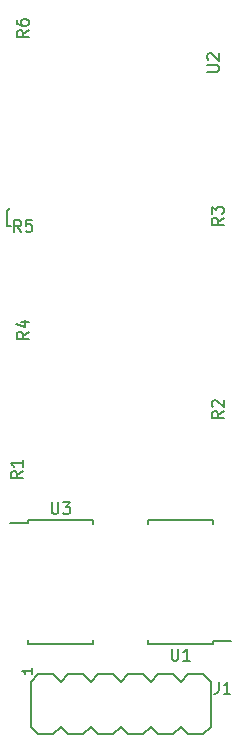
<source format=gto>
G04 #@! TF.GenerationSoftware,KiCad,Pcbnew,7.0.1*
G04 #@! TF.CreationDate,2023-05-31T01:27:01+09:00*
G04 #@! TF.ProjectId,Pmod_MultiSegment_SinglePort,506d6f64-5f4d-4756-9c74-695365676d65,rev?*
G04 #@! TF.SameCoordinates,Original*
G04 #@! TF.FileFunction,Legend,Top*
G04 #@! TF.FilePolarity,Positive*
%FSLAX46Y46*%
G04 Gerber Fmt 4.6, Leading zero omitted, Abs format (unit mm)*
G04 Created by KiCad (PCBNEW 7.0.1) date 2023-05-31 01:27:01*
%MOMM*%
%LPD*%
G01*
G04 APERTURE LIST*
%ADD10C,0.150000*%
G04 APERTURE END LIST*
D10*
X1778000Y5969000D02*
X2032000Y6223000D01*
X1778000Y4699000D02*
X1778000Y5969000D01*
X2159000Y4699000D02*
X1778000Y4699000D01*
G04 #@! TO.C,U3*
X5588095Y-18662619D02*
X5588095Y-19472142D01*
X5588095Y-19472142D02*
X5635714Y-19567380D01*
X5635714Y-19567380D02*
X5683333Y-19615000D01*
X5683333Y-19615000D02*
X5778571Y-19662619D01*
X5778571Y-19662619D02*
X5969047Y-19662619D01*
X5969047Y-19662619D02*
X6064285Y-19615000D01*
X6064285Y-19615000D02*
X6111904Y-19567380D01*
X6111904Y-19567380D02*
X6159523Y-19472142D01*
X6159523Y-19472142D02*
X6159523Y-18662619D01*
X6540476Y-18662619D02*
X7159523Y-18662619D01*
X7159523Y-18662619D02*
X6826190Y-19043571D01*
X6826190Y-19043571D02*
X6969047Y-19043571D01*
X6969047Y-19043571D02*
X7064285Y-19091190D01*
X7064285Y-19091190D02*
X7111904Y-19138809D01*
X7111904Y-19138809D02*
X7159523Y-19234047D01*
X7159523Y-19234047D02*
X7159523Y-19472142D01*
X7159523Y-19472142D02*
X7111904Y-19567380D01*
X7111904Y-19567380D02*
X7064285Y-19615000D01*
X7064285Y-19615000D02*
X6969047Y-19662619D01*
X6969047Y-19662619D02*
X6683333Y-19662619D01*
X6683333Y-19662619D02*
X6588095Y-19615000D01*
X6588095Y-19615000D02*
X6540476Y-19567380D01*
G04 #@! TO.C,U2*
X18766619Y17780095D02*
X19576142Y17780095D01*
X19576142Y17780095D02*
X19671380Y17827714D01*
X19671380Y17827714D02*
X19719000Y17875333D01*
X19719000Y17875333D02*
X19766619Y17970571D01*
X19766619Y17970571D02*
X19766619Y18161047D01*
X19766619Y18161047D02*
X19719000Y18256285D01*
X19719000Y18256285D02*
X19671380Y18303904D01*
X19671380Y18303904D02*
X19576142Y18351523D01*
X19576142Y18351523D02*
X18766619Y18351523D01*
X18861857Y18780095D02*
X18814238Y18827714D01*
X18814238Y18827714D02*
X18766619Y18922952D01*
X18766619Y18922952D02*
X18766619Y19161047D01*
X18766619Y19161047D02*
X18814238Y19256285D01*
X18814238Y19256285D02*
X18861857Y19303904D01*
X18861857Y19303904D02*
X18957095Y19351523D01*
X18957095Y19351523D02*
X19052333Y19351523D01*
X19052333Y19351523D02*
X19195190Y19303904D01*
X19195190Y19303904D02*
X19766619Y18732476D01*
X19766619Y18732476D02*
X19766619Y19351523D01*
G04 #@! TO.C,U1*
X15748095Y-31062619D02*
X15748095Y-31872142D01*
X15748095Y-31872142D02*
X15795714Y-31967380D01*
X15795714Y-31967380D02*
X15843333Y-32015000D01*
X15843333Y-32015000D02*
X15938571Y-32062619D01*
X15938571Y-32062619D02*
X16129047Y-32062619D01*
X16129047Y-32062619D02*
X16224285Y-32015000D01*
X16224285Y-32015000D02*
X16271904Y-31967380D01*
X16271904Y-31967380D02*
X16319523Y-31872142D01*
X16319523Y-31872142D02*
X16319523Y-31062619D01*
X17319523Y-32062619D02*
X16748095Y-32062619D01*
X17033809Y-32062619D02*
X17033809Y-31062619D01*
X17033809Y-31062619D02*
X16938571Y-31205476D01*
X16938571Y-31205476D02*
X16843333Y-31300714D01*
X16843333Y-31300714D02*
X16748095Y-31348333D01*
G04 #@! TO.C,R6*
X3637619Y21296333D02*
X3161428Y20963000D01*
X3637619Y20724905D02*
X2637619Y20724905D01*
X2637619Y20724905D02*
X2637619Y21105857D01*
X2637619Y21105857D02*
X2685238Y21201095D01*
X2685238Y21201095D02*
X2732857Y21248714D01*
X2732857Y21248714D02*
X2828095Y21296333D01*
X2828095Y21296333D02*
X2970952Y21296333D01*
X2970952Y21296333D02*
X3066190Y21248714D01*
X3066190Y21248714D02*
X3113809Y21201095D01*
X3113809Y21201095D02*
X3161428Y21105857D01*
X3161428Y21105857D02*
X3161428Y20724905D01*
X2637619Y22153476D02*
X2637619Y21963000D01*
X2637619Y21963000D02*
X2685238Y21867762D01*
X2685238Y21867762D02*
X2732857Y21820143D01*
X2732857Y21820143D02*
X2875714Y21724905D01*
X2875714Y21724905D02*
X3066190Y21677286D01*
X3066190Y21677286D02*
X3447142Y21677286D01*
X3447142Y21677286D02*
X3542380Y21724905D01*
X3542380Y21724905D02*
X3590000Y21772524D01*
X3590000Y21772524D02*
X3637619Y21867762D01*
X3637619Y21867762D02*
X3637619Y22058238D01*
X3637619Y22058238D02*
X3590000Y22153476D01*
X3590000Y22153476D02*
X3542380Y22201095D01*
X3542380Y22201095D02*
X3447142Y22248714D01*
X3447142Y22248714D02*
X3209047Y22248714D01*
X3209047Y22248714D02*
X3113809Y22201095D01*
X3113809Y22201095D02*
X3066190Y22153476D01*
X3066190Y22153476D02*
X3018571Y22058238D01*
X3018571Y22058238D02*
X3018571Y21867762D01*
X3018571Y21867762D02*
X3066190Y21772524D01*
X3066190Y21772524D02*
X3113809Y21724905D01*
X3113809Y21724905D02*
X3209047Y21677286D01*
G04 #@! TO.C,R5*
X3008333Y4236380D02*
X2675000Y4712571D01*
X2436905Y4236380D02*
X2436905Y5236380D01*
X2436905Y5236380D02*
X2817857Y5236380D01*
X2817857Y5236380D02*
X2913095Y5188761D01*
X2913095Y5188761D02*
X2960714Y5141142D01*
X2960714Y5141142D02*
X3008333Y5045904D01*
X3008333Y5045904D02*
X3008333Y4903047D01*
X3008333Y4903047D02*
X2960714Y4807809D01*
X2960714Y4807809D02*
X2913095Y4760190D01*
X2913095Y4760190D02*
X2817857Y4712571D01*
X2817857Y4712571D02*
X2436905Y4712571D01*
X3913095Y5236380D02*
X3436905Y5236380D01*
X3436905Y5236380D02*
X3389286Y4760190D01*
X3389286Y4760190D02*
X3436905Y4807809D01*
X3436905Y4807809D02*
X3532143Y4855428D01*
X3532143Y4855428D02*
X3770238Y4855428D01*
X3770238Y4855428D02*
X3865476Y4807809D01*
X3865476Y4807809D02*
X3913095Y4760190D01*
X3913095Y4760190D02*
X3960714Y4664952D01*
X3960714Y4664952D02*
X3960714Y4426857D01*
X3960714Y4426857D02*
X3913095Y4331619D01*
X3913095Y4331619D02*
X3865476Y4284000D01*
X3865476Y4284000D02*
X3770238Y4236380D01*
X3770238Y4236380D02*
X3532143Y4236380D01*
X3532143Y4236380D02*
X3436905Y4284000D01*
X3436905Y4284000D02*
X3389286Y4331619D01*
G04 #@! TO.C,R4*
X3637619Y-4230666D02*
X3161428Y-4563999D01*
X3637619Y-4802094D02*
X2637619Y-4802094D01*
X2637619Y-4802094D02*
X2637619Y-4421142D01*
X2637619Y-4421142D02*
X2685238Y-4325904D01*
X2685238Y-4325904D02*
X2732857Y-4278285D01*
X2732857Y-4278285D02*
X2828095Y-4230666D01*
X2828095Y-4230666D02*
X2970952Y-4230666D01*
X2970952Y-4230666D02*
X3066190Y-4278285D01*
X3066190Y-4278285D02*
X3113809Y-4325904D01*
X3113809Y-4325904D02*
X3161428Y-4421142D01*
X3161428Y-4421142D02*
X3161428Y-4802094D01*
X2970952Y-3373523D02*
X3637619Y-3373523D01*
X2590000Y-3611618D02*
X3304285Y-3849713D01*
X3304285Y-3849713D02*
X3304285Y-3230666D01*
G04 #@! TO.C,R3*
X20147619Y5421333D02*
X19671428Y5088000D01*
X20147619Y4849905D02*
X19147619Y4849905D01*
X19147619Y4849905D02*
X19147619Y5230857D01*
X19147619Y5230857D02*
X19195238Y5326095D01*
X19195238Y5326095D02*
X19242857Y5373714D01*
X19242857Y5373714D02*
X19338095Y5421333D01*
X19338095Y5421333D02*
X19480952Y5421333D01*
X19480952Y5421333D02*
X19576190Y5373714D01*
X19576190Y5373714D02*
X19623809Y5326095D01*
X19623809Y5326095D02*
X19671428Y5230857D01*
X19671428Y5230857D02*
X19671428Y4849905D01*
X19147619Y5754667D02*
X19147619Y6373714D01*
X19147619Y6373714D02*
X19528571Y6040381D01*
X19528571Y6040381D02*
X19528571Y6183238D01*
X19528571Y6183238D02*
X19576190Y6278476D01*
X19576190Y6278476D02*
X19623809Y6326095D01*
X19623809Y6326095D02*
X19719047Y6373714D01*
X19719047Y6373714D02*
X19957142Y6373714D01*
X19957142Y6373714D02*
X20052380Y6326095D01*
X20052380Y6326095D02*
X20100000Y6278476D01*
X20100000Y6278476D02*
X20147619Y6183238D01*
X20147619Y6183238D02*
X20147619Y5897524D01*
X20147619Y5897524D02*
X20100000Y5802286D01*
X20100000Y5802286D02*
X20052380Y5754667D01*
G04 #@! TO.C,R2*
X20147619Y-10961666D02*
X19671428Y-11294999D01*
X20147619Y-11533094D02*
X19147619Y-11533094D01*
X19147619Y-11533094D02*
X19147619Y-11152142D01*
X19147619Y-11152142D02*
X19195238Y-11056904D01*
X19195238Y-11056904D02*
X19242857Y-11009285D01*
X19242857Y-11009285D02*
X19338095Y-10961666D01*
X19338095Y-10961666D02*
X19480952Y-10961666D01*
X19480952Y-10961666D02*
X19576190Y-11009285D01*
X19576190Y-11009285D02*
X19623809Y-11056904D01*
X19623809Y-11056904D02*
X19671428Y-11152142D01*
X19671428Y-11152142D02*
X19671428Y-11533094D01*
X19242857Y-10580713D02*
X19195238Y-10533094D01*
X19195238Y-10533094D02*
X19147619Y-10437856D01*
X19147619Y-10437856D02*
X19147619Y-10199761D01*
X19147619Y-10199761D02*
X19195238Y-10104523D01*
X19195238Y-10104523D02*
X19242857Y-10056904D01*
X19242857Y-10056904D02*
X19338095Y-10009285D01*
X19338095Y-10009285D02*
X19433333Y-10009285D01*
X19433333Y-10009285D02*
X19576190Y-10056904D01*
X19576190Y-10056904D02*
X20147619Y-10628332D01*
X20147619Y-10628332D02*
X20147619Y-10009285D01*
G04 #@! TO.C,R1*
X3129619Y-16041666D02*
X2653428Y-16374999D01*
X3129619Y-16613094D02*
X2129619Y-16613094D01*
X2129619Y-16613094D02*
X2129619Y-16232142D01*
X2129619Y-16232142D02*
X2177238Y-16136904D01*
X2177238Y-16136904D02*
X2224857Y-16089285D01*
X2224857Y-16089285D02*
X2320095Y-16041666D01*
X2320095Y-16041666D02*
X2462952Y-16041666D01*
X2462952Y-16041666D02*
X2558190Y-16089285D01*
X2558190Y-16089285D02*
X2605809Y-16136904D01*
X2605809Y-16136904D02*
X2653428Y-16232142D01*
X2653428Y-16232142D02*
X2653428Y-16613094D01*
X3129619Y-15089285D02*
X3129619Y-15660713D01*
X3129619Y-15374999D02*
X2129619Y-15374999D01*
X2129619Y-15374999D02*
X2272476Y-15470237D01*
X2272476Y-15470237D02*
X2367714Y-15565475D01*
X2367714Y-15565475D02*
X2415333Y-15660713D01*
G04 #@! TO.C,J1*
X19732666Y-33879619D02*
X19732666Y-34593904D01*
X19732666Y-34593904D02*
X19685047Y-34736761D01*
X19685047Y-34736761D02*
X19589809Y-34832000D01*
X19589809Y-34832000D02*
X19446952Y-34879619D01*
X19446952Y-34879619D02*
X19351714Y-34879619D01*
X20732666Y-34879619D02*
X20161238Y-34879619D01*
X20446952Y-34879619D02*
X20446952Y-33879619D01*
X20446952Y-33879619D02*
X20351714Y-34022476D01*
X20351714Y-34022476D02*
X20256476Y-34117714D01*
X20256476Y-34117714D02*
X20161238Y-34165333D01*
X3926095Y-32737428D02*
X3926095Y-33194571D01*
X3926095Y-32965999D02*
X3126095Y-32965999D01*
X3126095Y-32965999D02*
X3240380Y-33042190D01*
X3240380Y-33042190D02*
X3316571Y-33118380D01*
X3316571Y-33118380D02*
X3354666Y-33194571D01*
G04 #@! TO.C,U3*
X3575000Y-20125000D02*
X3575000Y-20400000D01*
X3575000Y-30675000D02*
X3575000Y-30320000D01*
X3575000Y-20400000D02*
X2050000Y-20400000D01*
X9125000Y-20125000D02*
X9125000Y-20480000D01*
X9125000Y-30675000D02*
X9125000Y-30320000D01*
X3575000Y-20125000D02*
X9125000Y-20125000D01*
X3575000Y-30675000D02*
X9125000Y-30675000D01*
G04 #@! TO.C,U1*
X19285000Y-20125000D02*
X13735000Y-20125000D01*
X19285000Y-30675000D02*
X13735000Y-30675000D01*
X13735000Y-20125000D02*
X13735000Y-20480000D01*
X13735000Y-30675000D02*
X13735000Y-30320000D01*
X19285000Y-30400000D02*
X20810000Y-30400000D01*
X19285000Y-20125000D02*
X19285000Y-20480000D01*
X19285000Y-30675000D02*
X19285000Y-30400000D01*
G04 #@! TO.C,J1*
X4445000Y-38300000D02*
X3810000Y-37665000D01*
X5715000Y-38300000D02*
X4445000Y-38300000D01*
X6985000Y-38300000D02*
X6350000Y-37665000D01*
X8255000Y-38300000D02*
X6985000Y-38300000D01*
X9525000Y-38300000D02*
X8890000Y-37665000D01*
X10795000Y-38300000D02*
X9525000Y-38300000D01*
X12065000Y-38300000D02*
X11430000Y-37665000D01*
X13335000Y-38300000D02*
X12065000Y-38300000D01*
X14605000Y-38300000D02*
X13970000Y-37665000D01*
X15875000Y-38300000D02*
X14605000Y-38300000D01*
X17145000Y-38300000D02*
X16510000Y-37665000D01*
X18415000Y-38300000D02*
X17145000Y-38300000D01*
X3810000Y-37665000D02*
X3810000Y-33855000D01*
X6350000Y-37665000D02*
X5715000Y-38300000D01*
X8890000Y-37665000D02*
X8255000Y-38300000D01*
X11430000Y-37665000D02*
X10795000Y-38300000D01*
X13970000Y-37665000D02*
X13335000Y-38300000D01*
X16510000Y-37665000D02*
X15875000Y-38300000D01*
X19050000Y-37665000D02*
X18415000Y-38300000D01*
X3810000Y-33855000D02*
X4445000Y-33220000D01*
X6350000Y-33855000D02*
X6985000Y-33220000D01*
X8890000Y-33855000D02*
X9525000Y-33220000D01*
X11430000Y-33855000D02*
X12065000Y-33220000D01*
X13970000Y-33855000D02*
X14605000Y-33220000D01*
X16510000Y-33855000D02*
X17145000Y-33220000D01*
X19050000Y-33855000D02*
X19050000Y-37665000D01*
X4445000Y-33220000D02*
X5715000Y-33220000D01*
X5715000Y-33220000D02*
X6350000Y-33855000D01*
X6985000Y-33220000D02*
X8255000Y-33220000D01*
X8255000Y-33220000D02*
X8890000Y-33855000D01*
X9525000Y-33220000D02*
X10795000Y-33220000D01*
X10795000Y-33220000D02*
X11430000Y-33855000D01*
X12065000Y-33220000D02*
X13335000Y-33220000D01*
X13335000Y-33220000D02*
X13970000Y-33855000D01*
X14605000Y-33220000D02*
X15875000Y-33220000D01*
X15875000Y-33220000D02*
X16510000Y-33855000D01*
X17145000Y-33220000D02*
X18415000Y-33220000D01*
X18415000Y-33220000D02*
X19050000Y-33855000D01*
G04 #@! TD*
M02*

</source>
